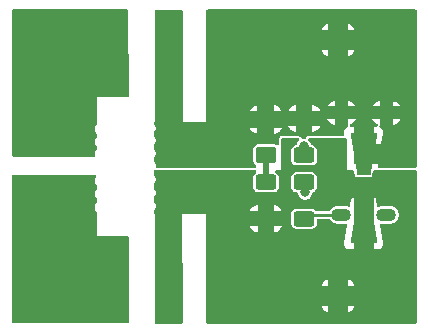
<source format=gbr>
%TF.GenerationSoftware,KiCad,Pcbnew,8.0.1*%
%TF.CreationDate,2024-04-06T17:54:05-05:00*%
%TF.ProjectId,Banana to USB-C Adapter,42616e61-6e61-4207-946f-205553422d43,2*%
%TF.SameCoordinates,Original*%
%TF.FileFunction,Copper,L2,Bot*%
%TF.FilePolarity,Positive*%
%FSLAX46Y46*%
G04 Gerber Fmt 4.6, Leading zero omitted, Abs format (unit mm)*
G04 Created by KiCad (PCBNEW 8.0.1) date 2024-04-06 17:54:05*
%MOMM*%
%LPD*%
G01*
G04 APERTURE LIST*
G04 Aperture macros list*
%AMRoundRect*
0 Rectangle with rounded corners*
0 $1 Rounding radius*
0 $2 $3 $4 $5 $6 $7 $8 $9 X,Y pos of 4 corners*
0 Add a 4 corners polygon primitive as box body*
4,1,4,$2,$3,$4,$5,$6,$7,$8,$9,$2,$3,0*
0 Add four circle primitives for the rounded corners*
1,1,$1+$1,$2,$3*
1,1,$1+$1,$4,$5*
1,1,$1+$1,$6,$7*
1,1,$1+$1,$8,$9*
0 Add four rect primitives between the rounded corners*
20,1,$1+$1,$2,$3,$4,$5,0*
20,1,$1+$1,$4,$5,$6,$7,0*
20,1,$1+$1,$6,$7,$8,$9,0*
20,1,$1+$1,$8,$9,$2,$3,0*%
%AMOutline4P*
0 Free polygon, 4 corners , with rotation*
0 The origin of the aperture is its center*
0 number of corners: always 4*
0 $1 to $8 corner X, Y*
0 $9 Rotation angle, in degrees counterclockwise*
0 create outline with 4 corners*
4,1,4,$1,$2,$3,$4,$5,$6,$7,$8,$1,$2,$9*%
G04 Aperture macros list end*
%TA.AperFunction,ComponentPad*%
%ADD10R,1.700000X1.700000*%
%TD*%
%TA.AperFunction,ComponentPad*%
%ADD11C,0.800000*%
%TD*%
%TA.AperFunction,ComponentPad*%
%ADD12C,6.400000*%
%TD*%
%TA.AperFunction,ComponentPad*%
%ADD13O,1.700000X1.100000*%
%TD*%
%TA.AperFunction,SMDPad,CuDef*%
%ADD14RoundRect,0.250000X0.625000X-0.400000X0.625000X0.400000X-0.625000X0.400000X-0.625000X-0.400000X0*%
%TD*%
%TA.AperFunction,SMDPad,CuDef*%
%ADD15Outline4P,-1.800000X-1.150000X1.800000X-0.550000X1.800000X0.550000X-1.800000X1.150000X90.000000*%
%TD*%
%TA.AperFunction,SMDPad,CuDef*%
%ADD16Outline4P,-1.800000X-1.150000X1.800000X-0.550000X1.800000X0.550000X-1.800000X1.150000X270.000000*%
%TD*%
%TA.AperFunction,SMDPad,CuDef*%
%ADD17RoundRect,0.250001X-0.624999X0.462499X-0.624999X-0.462499X0.624999X-0.462499X0.624999X0.462499X0*%
%TD*%
%TA.AperFunction,SMDPad,CuDef*%
%ADD18RoundRect,0.250000X-0.625000X0.400000X-0.625000X-0.400000X0.625000X-0.400000X0.625000X0.400000X0*%
%TD*%
%TA.AperFunction,ViaPad*%
%ADD19C,0.800000*%
%TD*%
%TA.AperFunction,Conductor*%
%ADD20C,0.250000*%
%TD*%
%TA.AperFunction,Conductor*%
%ADD21C,0.500000*%
%TD*%
G04 APERTURE END LIST*
D10*
%TO.P,J3,1,Pin_1*%
%TO.N,GND*%
X152882600Y-88671400D03*
%TD*%
D11*
%TO.P,H1,1,1*%
%TO.N,/Positive*%
X126600138Y-108968250D03*
X127303082Y-107271194D03*
X127303082Y-110665306D03*
X129000138Y-106568250D03*
D12*
X129000138Y-108968250D03*
D11*
X129000138Y-111368250D03*
X130697194Y-107271194D03*
X130697194Y-110665306D03*
X131400138Y-108968250D03*
%TD*%
D10*
%TO.P,J2,1,Pin_1*%
%TO.N,/Positive*%
X152882600Y-110337600D03*
%TD*%
D13*
%TO.P,J1,S1,SHIELD*%
%TO.N,GND*%
X153190000Y-103480000D03*
X156990000Y-103480000D03*
X153190000Y-94840000D03*
X156990000Y-94840000D03*
%TD*%
D11*
%TO.P,H2,1,1*%
%TO.N,GND*%
X126600138Y-89918250D03*
X127303082Y-88221194D03*
X127303082Y-91615306D03*
X129000138Y-87518250D03*
D12*
X129000138Y-89918250D03*
D11*
X129000138Y-92318250D03*
X130697194Y-88221194D03*
X130697194Y-91615306D03*
X131400138Y-89918250D03*
%TD*%
D14*
%TO.P,R2,1*%
%TO.N,/Positive*%
X146790000Y-103820000D03*
%TO.P,R2,2*%
%TO.N,Net-(D2-A)*%
X146790000Y-100720000D03*
%TD*%
%TO.P,R4,1*%
%TO.N,Net-(J1-CC2)*%
X150030000Y-98451000D03*
%TO.P,R4,2*%
%TO.N,GND*%
X150030000Y-95351000D03*
%TD*%
D15*
%TO.P,D3,1,K*%
%TO.N,/Positive*%
X155067000Y-104119000D03*
D16*
%TO.P,D3,2,A*%
%TO.N,GND*%
X155067000Y-98319000D03*
%TD*%
D17*
%TO.P,D2,1,K*%
%TO.N,GND*%
X146790000Y-95432500D03*
%TO.P,D2,2,A*%
%TO.N,Net-(D2-A)*%
X146790000Y-98407500D03*
%TD*%
D18*
%TO.P,R3,1*%
%TO.N,Net-(J1-CC1)*%
X150030000Y-100720000D03*
%TO.P,R3,2*%
%TO.N,GND*%
X150030000Y-103820000D03*
%TD*%
D19*
%TO.N,GND*%
X144856200Y-86588600D03*
X144856200Y-95250000D03*
X144856200Y-88320880D03*
X144856200Y-90053160D03*
X144856200Y-91785440D03*
X144856200Y-93517720D03*
%TO.N,/Positive*%
X154051000Y-100711000D03*
X144856200Y-110535720D03*
X144856200Y-105415080D03*
X152146000Y-97663000D03*
X144856200Y-107121960D03*
X144856200Y-103708200D03*
X144856200Y-108828840D03*
X144856200Y-112242600D03*
X152146000Y-100711000D03*
%TO.N,Net-(J1-CC2)*%
X149987000Y-97663000D03*
%TO.N,Net-(J1-CC1)*%
X150114000Y-101600000D03*
%TD*%
D20*
%TO.N,GND*%
X138500000Y-88475000D02*
X138500000Y-91275000D01*
X153190000Y-103480000D02*
X150370000Y-103480000D01*
X150370000Y-103480000D02*
X150030000Y-103820000D01*
D21*
%TO.N,Net-(D2-A)*%
X146790000Y-98407500D02*
X146790000Y-100720000D01*
D20*
%TO.N,Net-(J1-CC2)*%
X149987000Y-98408000D02*
X150030000Y-98451000D01*
X149987000Y-97663000D02*
X149987000Y-98408000D01*
X150114000Y-98116000D02*
X150030000Y-98200000D01*
%TO.N,Net-(J1-CC1)*%
X150114000Y-100804000D02*
X150030000Y-100720000D01*
X150114000Y-101600000D02*
X150114000Y-100804000D01*
%TD*%
%TA.AperFunction,Conductor*%
%TO.N,/Positive*%
G36*
X133225000Y-106000000D02*
G01*
X133225000Y-112689747D01*
X125455059Y-112689455D01*
X125388021Y-112669768D01*
X125342268Y-112616962D01*
X125331064Y-112565740D01*
X125315796Y-105928517D01*
X125313744Y-105036255D01*
X125575000Y-104775000D01*
X132000000Y-104775000D01*
X133225000Y-106000000D01*
G37*
%TD.AperFunction*%
%TD*%
%TA.AperFunction,Conductor*%
%TO.N,/Positive*%
G36*
X149574175Y-97013685D02*
G01*
X149619930Y-97066489D01*
X149629874Y-97135647D01*
X149600849Y-97199203D01*
X149582628Y-97216371D01*
X149558718Y-97234718D01*
X149462463Y-97360160D01*
X149401956Y-97506237D01*
X149399853Y-97514088D01*
X149397575Y-97513477D01*
X149374179Y-97566346D01*
X149320473Y-97603293D01*
X149192117Y-97648207D01*
X149082850Y-97728850D01*
X149002207Y-97838117D01*
X149002206Y-97838119D01*
X148957353Y-97966298D01*
X148957353Y-97966300D01*
X148954500Y-97996730D01*
X148954500Y-98905269D01*
X148957353Y-98935699D01*
X148957353Y-98935701D01*
X149002206Y-99063880D01*
X149002207Y-99063882D01*
X149082850Y-99173150D01*
X149192118Y-99253793D01*
X149234845Y-99268744D01*
X149320299Y-99298646D01*
X149350730Y-99301500D01*
X149350734Y-99301500D01*
X150709270Y-99301500D01*
X150739699Y-99298646D01*
X150739701Y-99298646D01*
X150803790Y-99276219D01*
X150867882Y-99253793D01*
X150977150Y-99173150D01*
X151057793Y-99063882D01*
X151080219Y-98999790D01*
X151102646Y-98935701D01*
X151102646Y-98935699D01*
X151105500Y-98905269D01*
X151105500Y-97996730D01*
X151102646Y-97966300D01*
X151102646Y-97966298D01*
X151057793Y-97838119D01*
X151057792Y-97838117D01*
X150977150Y-97728850D01*
X150867882Y-97648207D01*
X150867880Y-97648206D01*
X150739700Y-97603353D01*
X150709270Y-97600500D01*
X150709266Y-97600500D01*
X150692450Y-97600500D01*
X150625411Y-97580815D01*
X150579656Y-97528011D01*
X150572676Y-97508597D01*
X150572044Y-97506239D01*
X150572044Y-97506237D01*
X150511536Y-97360159D01*
X150415282Y-97234718D01*
X150391375Y-97216373D01*
X150350175Y-97159948D01*
X150346020Y-97090202D01*
X150380233Y-97029281D01*
X150441950Y-96996529D01*
X150466864Y-96994000D01*
X153546000Y-96994000D01*
X153613039Y-97013685D01*
X153658794Y-97066489D01*
X153670000Y-97118000D01*
X153670000Y-102616000D01*
X148082000Y-102616000D01*
X148082000Y-101174269D01*
X148954500Y-101174269D01*
X148957353Y-101204699D01*
X148957353Y-101204701D01*
X149002206Y-101332880D01*
X149002207Y-101332882D01*
X149082850Y-101442150D01*
X149192118Y-101522793D01*
X149234845Y-101537744D01*
X149320299Y-101567646D01*
X149350730Y-101570500D01*
X149350734Y-101570500D01*
X149395689Y-101570500D01*
X149462728Y-101590185D01*
X149508483Y-101642989D01*
X149518628Y-101678314D01*
X149528956Y-101756762D01*
X149589464Y-101902841D01*
X149685718Y-102028282D01*
X149811159Y-102124536D01*
X149957238Y-102185044D01*
X150035619Y-102195363D01*
X150113999Y-102205682D01*
X150114000Y-102205682D01*
X150114001Y-102205682D01*
X150166254Y-102198802D01*
X150270762Y-102185044D01*
X150416841Y-102124536D01*
X150542282Y-102028282D01*
X150638536Y-101902841D01*
X150699044Y-101756762D01*
X150713220Y-101649078D01*
X150741486Y-101585184D01*
X150795204Y-101548224D01*
X150867882Y-101522793D01*
X150977150Y-101442150D01*
X151057793Y-101332882D01*
X151080219Y-101268790D01*
X151102646Y-101204701D01*
X151102646Y-101204699D01*
X151105500Y-101174269D01*
X151105500Y-100265730D01*
X151102646Y-100235300D01*
X151102646Y-100235298D01*
X151057793Y-100107119D01*
X151057792Y-100107117D01*
X150977150Y-99997850D01*
X150867882Y-99917207D01*
X150867880Y-99917206D01*
X150739700Y-99872353D01*
X150709270Y-99869500D01*
X150709266Y-99869500D01*
X149350734Y-99869500D01*
X149350730Y-99869500D01*
X149320300Y-99872353D01*
X149320298Y-99872353D01*
X149192119Y-99917206D01*
X149192117Y-99917207D01*
X149082850Y-99997850D01*
X149002207Y-100107117D01*
X149002206Y-100107119D01*
X148957353Y-100235298D01*
X148957353Y-100235300D01*
X148954500Y-100265730D01*
X148954500Y-101174269D01*
X148082000Y-101174269D01*
X148082000Y-97118000D01*
X148101685Y-97050961D01*
X148154489Y-97005206D01*
X148206000Y-96994000D01*
X149507136Y-96994000D01*
X149574175Y-97013685D01*
G37*
%TD.AperFunction*%
%TD*%
%TA.AperFunction,Conductor*%
%TO.N,GND*%
G36*
X133325000Y-92575000D02*
G01*
X131875000Y-94025000D01*
X125288416Y-94025000D01*
X125270485Y-86230206D01*
X125290016Y-86163125D01*
X125342714Y-86117248D01*
X125394407Y-86105924D01*
X133325000Y-86101108D01*
X133325000Y-92575000D01*
G37*
%TD.AperFunction*%
%TD*%
%TA.AperFunction,Conductor*%
%TO.N,/Positive*%
G36*
X145936631Y-99719685D02*
G01*
X145982386Y-99772489D01*
X145992330Y-99841647D01*
X145963305Y-99905203D01*
X145943225Y-99923770D01*
X145842851Y-99997848D01*
X145762207Y-100107117D01*
X145762206Y-100107119D01*
X145717353Y-100235299D01*
X145714500Y-100265730D01*
X145714500Y-101174269D01*
X145717353Y-101204699D01*
X145717353Y-101204701D01*
X145762206Y-101332880D01*
X145762207Y-101332882D01*
X145842850Y-101442150D01*
X145952118Y-101522793D01*
X145991854Y-101536697D01*
X146080299Y-101567646D01*
X146110730Y-101570500D01*
X146110734Y-101570500D01*
X147469270Y-101570500D01*
X147499699Y-101567646D01*
X147499701Y-101567646D01*
X147563790Y-101545219D01*
X147627882Y-101522793D01*
X147737150Y-101442150D01*
X147817793Y-101332882D01*
X147842346Y-101262713D01*
X147862646Y-101204701D01*
X147862646Y-101204699D01*
X147865500Y-101174269D01*
X148954500Y-101174269D01*
X148957353Y-101204699D01*
X148957353Y-101204701D01*
X149002206Y-101332880D01*
X149002207Y-101332882D01*
X149082850Y-101442150D01*
X149192118Y-101522793D01*
X149231854Y-101536697D01*
X149320299Y-101567646D01*
X149350730Y-101570500D01*
X149350734Y-101570500D01*
X149395689Y-101570500D01*
X149462728Y-101590185D01*
X149508483Y-101642989D01*
X149518628Y-101678314D01*
X149524583Y-101723550D01*
X149528956Y-101756762D01*
X149589464Y-101902841D01*
X149685718Y-102028282D01*
X149811159Y-102124536D01*
X149957238Y-102185044D01*
X150035619Y-102195363D01*
X150113999Y-102205682D01*
X150114000Y-102205682D01*
X150114001Y-102205682D01*
X150166254Y-102198802D01*
X150270762Y-102185044D01*
X150416841Y-102124536D01*
X150542282Y-102028282D01*
X150627022Y-101917846D01*
X155917000Y-101917846D01*
X155917000Y-106418999D01*
X156283645Y-106418999D01*
X156283664Y-106418998D01*
X156294471Y-106418165D01*
X156294472Y-106418165D01*
X156431962Y-106376121D01*
X156431962Y-106376120D01*
X156552041Y-106297041D01*
X156552044Y-106297038D01*
X156644975Y-106187337D01*
X156703238Y-106055892D01*
X156703240Y-106055887D01*
X156722109Y-105913361D01*
X156722109Y-105913349D01*
X156721155Y-105902553D01*
X156466029Y-104371796D01*
X156474425Y-104302433D01*
X156518988Y-104248620D01*
X156585571Y-104227442D01*
X156612533Y-104229794D01*
X156616082Y-104230500D01*
X156616086Y-104230500D01*
X157363920Y-104230500D01*
X157461462Y-104211096D01*
X157508913Y-104201658D01*
X157645495Y-104145084D01*
X157768416Y-104062951D01*
X157872951Y-103958416D01*
X157955084Y-103835495D01*
X158011658Y-103698913D01*
X158040500Y-103553918D01*
X158040500Y-103406082D01*
X158040500Y-103406079D01*
X158011659Y-103261092D01*
X158011658Y-103261091D01*
X158011658Y-103261087D01*
X157989304Y-103207119D01*
X157955087Y-103124511D01*
X157955080Y-103124498D01*
X157872951Y-103001584D01*
X157872948Y-103001580D01*
X157768419Y-102897051D01*
X157768415Y-102897048D01*
X157645501Y-102814919D01*
X157645488Y-102814912D01*
X157508917Y-102758343D01*
X157508907Y-102758340D01*
X157363920Y-102729500D01*
X157363918Y-102729500D01*
X156616082Y-102729500D01*
X156616080Y-102729500D01*
X156471092Y-102758340D01*
X156471082Y-102758343D01*
X156358932Y-102804797D01*
X156289463Y-102812266D01*
X156226984Y-102780990D01*
X156191332Y-102720901D01*
X156189167Y-102710622D01*
X156104074Y-102200067D01*
X156104073Y-102200062D01*
X156074120Y-102104036D01*
X155995038Y-101983954D01*
X155995039Y-101983954D01*
X155917000Y-101917846D01*
X150627022Y-101917846D01*
X150638536Y-101902841D01*
X150699044Y-101756762D01*
X150713220Y-101649078D01*
X150741486Y-101585184D01*
X150795204Y-101548224D01*
X150867882Y-101522793D01*
X150977150Y-101442150D01*
X151057793Y-101332882D01*
X151082346Y-101262713D01*
X151102646Y-101204701D01*
X151102646Y-101204699D01*
X151105500Y-101174269D01*
X151105500Y-100265730D01*
X151102646Y-100235299D01*
X151057793Y-100107119D01*
X151057792Y-100107117D01*
X150977150Y-99997850D01*
X150867882Y-99917207D01*
X150867880Y-99917206D01*
X150739700Y-99872353D01*
X150709270Y-99869500D01*
X150709266Y-99869500D01*
X149350734Y-99869500D01*
X149350730Y-99869500D01*
X149320300Y-99872353D01*
X149320298Y-99872353D01*
X149192119Y-99917206D01*
X149192117Y-99917207D01*
X149082850Y-99997850D01*
X149002207Y-100107117D01*
X149002206Y-100107119D01*
X148957353Y-100235299D01*
X148954500Y-100265730D01*
X148954500Y-101174269D01*
X147865500Y-101174269D01*
X147865500Y-100265730D01*
X147862646Y-100235299D01*
X147817793Y-100107119D01*
X147817792Y-100107117D01*
X147737150Y-99997850D01*
X147737148Y-99997849D01*
X147737148Y-99997848D01*
X147636775Y-99923770D01*
X147594524Y-99868123D01*
X147589065Y-99798467D01*
X147622132Y-99736917D01*
X147683226Y-99703016D01*
X147710408Y-99700000D01*
X148082000Y-99700000D01*
X153670000Y-99700000D01*
X154138857Y-99700000D01*
X154205896Y-99719685D01*
X154251651Y-99772489D01*
X154261170Y-99803615D01*
X154323358Y-100176747D01*
X154323358Y-100176748D01*
X154335227Y-100212539D01*
X154335228Y-100212540D01*
X154335229Y-100212542D01*
X154384863Y-100274983D01*
X154384864Y-100274983D01*
X154384864Y-100274984D01*
X154406352Y-100286904D01*
X154454613Y-100313676D01*
X154488656Y-100318997D01*
X154491864Y-100319499D01*
X154491865Y-100319499D01*
X154491871Y-100319500D01*
X154491877Y-100319500D01*
X155642130Y-100319500D01*
X155642134Y-100319500D01*
X155679387Y-100313676D01*
X155749137Y-100274983D01*
X155798771Y-100212543D01*
X155810640Y-100176752D01*
X155872830Y-99803614D01*
X155903268Y-99740723D01*
X155962876Y-99704272D01*
X155995143Y-99700000D01*
X159457000Y-99700000D01*
X159524039Y-99719685D01*
X159569794Y-99772489D01*
X159581000Y-99824000D01*
X159581000Y-112575800D01*
X159561315Y-112642839D01*
X159508511Y-112688594D01*
X159457000Y-112699800D01*
X141855848Y-112699800D01*
X141788809Y-112680115D01*
X141743054Y-112627311D01*
X141731848Y-112575952D01*
X141730691Y-111630954D01*
X141730148Y-111187600D01*
X151532600Y-111187600D01*
X151532600Y-111235444D01*
X151539001Y-111294972D01*
X151539003Y-111294979D01*
X151589245Y-111429686D01*
X151589249Y-111429693D01*
X151675409Y-111544787D01*
X151675412Y-111544790D01*
X151790506Y-111630950D01*
X151790513Y-111630954D01*
X151925220Y-111681196D01*
X151925227Y-111681198D01*
X151984755Y-111687599D01*
X151984772Y-111687600D01*
X152032600Y-111687600D01*
X152032600Y-111187600D01*
X153732600Y-111187600D01*
X153732600Y-111687600D01*
X153780428Y-111687600D01*
X153780444Y-111687599D01*
X153839972Y-111681198D01*
X153839979Y-111681196D01*
X153974686Y-111630954D01*
X153974693Y-111630950D01*
X154089787Y-111544790D01*
X154089790Y-111544787D01*
X154175950Y-111429693D01*
X154175954Y-111429686D01*
X154226196Y-111294979D01*
X154226198Y-111294972D01*
X154232599Y-111235444D01*
X154232600Y-111235427D01*
X154232600Y-111187600D01*
X153732600Y-111187600D01*
X152032600Y-111187600D01*
X151532600Y-111187600D01*
X141730148Y-111187600D01*
X141729189Y-110403426D01*
X152382600Y-110403426D01*
X152416675Y-110530593D01*
X152482501Y-110644607D01*
X152575593Y-110737699D01*
X152689607Y-110803525D01*
X152816774Y-110837600D01*
X152948426Y-110837600D01*
X153075593Y-110803525D01*
X153189607Y-110737699D01*
X153282699Y-110644607D01*
X153348525Y-110530593D01*
X153382600Y-110403426D01*
X153382600Y-110271774D01*
X153348525Y-110144607D01*
X153282699Y-110030593D01*
X153189607Y-109937501D01*
X153075593Y-109871675D01*
X152948426Y-109837600D01*
X152816774Y-109837600D01*
X152689607Y-109871675D01*
X152575593Y-109937501D01*
X152482501Y-110030593D01*
X152416675Y-110144607D01*
X152382600Y-110271774D01*
X152382600Y-110403426D01*
X141729189Y-110403426D01*
X141728068Y-109487600D01*
X151532600Y-109487600D01*
X152032600Y-109487600D01*
X152032600Y-108987600D01*
X153732600Y-108987600D01*
X153732600Y-109487600D01*
X154232600Y-109487600D01*
X154232600Y-109439772D01*
X154232599Y-109439755D01*
X154226198Y-109380227D01*
X154226196Y-109380220D01*
X154175954Y-109245513D01*
X154175950Y-109245506D01*
X154089790Y-109130412D01*
X154089787Y-109130409D01*
X153974693Y-109044249D01*
X153974686Y-109044245D01*
X153839979Y-108994003D01*
X153839972Y-108994001D01*
X153780444Y-108987600D01*
X153732600Y-108987600D01*
X152032600Y-108987600D01*
X151984755Y-108987600D01*
X151925227Y-108994001D01*
X151925220Y-108994003D01*
X151790513Y-109044245D01*
X151790506Y-109044249D01*
X151675412Y-109130409D01*
X151675409Y-109130412D01*
X151589249Y-109245506D01*
X151589245Y-109245513D01*
X151539003Y-109380220D01*
X151539001Y-109380227D01*
X151532600Y-109439755D01*
X151532600Y-109487600D01*
X141728068Y-109487600D01*
X141721926Y-104470000D01*
X145457737Y-104470000D01*
X145480641Y-104539120D01*
X145572684Y-104688345D01*
X145696654Y-104812315D01*
X145845875Y-104904356D01*
X145845880Y-104904358D01*
X146012302Y-104959505D01*
X146012309Y-104959506D01*
X146115019Y-104969999D01*
X146140000Y-104969998D01*
X146140000Y-104470000D01*
X147440000Y-104470000D01*
X147440000Y-104969999D01*
X147464972Y-104969999D01*
X147464986Y-104969998D01*
X147567697Y-104959505D01*
X147734119Y-104904358D01*
X147734124Y-104904356D01*
X147883345Y-104812315D01*
X148007315Y-104688345D01*
X148099358Y-104539120D01*
X148122263Y-104470000D01*
X147440000Y-104470000D01*
X146140000Y-104470000D01*
X145457737Y-104470000D01*
X141721926Y-104470000D01*
X141721687Y-104274269D01*
X148954500Y-104274269D01*
X148957353Y-104304699D01*
X148957353Y-104304701D01*
X149002206Y-104432880D01*
X149002207Y-104432882D01*
X149082850Y-104542150D01*
X149192118Y-104622793D01*
X149234845Y-104637744D01*
X149320299Y-104667646D01*
X149350730Y-104670500D01*
X149350734Y-104670500D01*
X150709270Y-104670500D01*
X150739699Y-104667646D01*
X150739701Y-104667646D01*
X150803790Y-104645219D01*
X150867882Y-104622793D01*
X150977150Y-104542150D01*
X151057793Y-104432882D01*
X151080219Y-104368790D01*
X151102646Y-104304701D01*
X151102646Y-104304699D01*
X151105500Y-104274269D01*
X151105500Y-103929500D01*
X151125185Y-103862461D01*
X151177989Y-103816706D01*
X151229500Y-103805500D01*
X152138595Y-103805500D01*
X152205634Y-103825185D01*
X152241695Y-103860607D01*
X152286466Y-103927612D01*
X152307050Y-103958418D01*
X152411580Y-104062948D01*
X152411584Y-104062951D01*
X152534498Y-104145080D01*
X152534511Y-104145087D01*
X152671082Y-104201656D01*
X152671087Y-104201658D01*
X152671091Y-104201658D01*
X152671092Y-104201659D01*
X152816079Y-104230500D01*
X153545141Y-104230500D01*
X153612180Y-104250185D01*
X153657935Y-104302989D01*
X153667879Y-104372147D01*
X153667454Y-104374885D01*
X153412846Y-105902539D01*
X153412843Y-105902562D01*
X153411890Y-105913349D01*
X153411890Y-105913361D01*
X153430759Y-106055886D01*
X153430761Y-106055894D01*
X153489022Y-106187335D01*
X153581955Y-106297039D01*
X153581957Y-106297041D01*
X153702036Y-106376120D01*
X153702036Y-106376121D01*
X153839518Y-106418163D01*
X153839528Y-106418165D01*
X153850346Y-106418999D01*
X154216999Y-106418999D01*
X154217000Y-106418998D01*
X154217000Y-103684269D01*
X154219383Y-103660077D01*
X154240500Y-103553920D01*
X154240500Y-103406079D01*
X154219383Y-103299921D01*
X154217000Y-103275729D01*
X154217000Y-101917847D01*
X154216999Y-101917847D01*
X154138961Y-101983955D01*
X154059880Y-102104035D01*
X154059879Y-102104036D01*
X154029925Y-102200065D01*
X154029924Y-102200070D01*
X153947802Y-102692798D01*
X153917364Y-102755689D01*
X153857756Y-102792140D01*
X153787904Y-102790579D01*
X153778037Y-102786974D01*
X153763590Y-102780990D01*
X153708913Y-102758342D01*
X153708908Y-102758341D01*
X153708907Y-102758340D01*
X153563920Y-102729500D01*
X153563918Y-102729500D01*
X152816082Y-102729500D01*
X152816080Y-102729500D01*
X152671092Y-102758340D01*
X152671082Y-102758343D01*
X152534511Y-102814912D01*
X152534498Y-102814919D01*
X152411584Y-102897048D01*
X152411580Y-102897051D01*
X152307050Y-103001581D01*
X152269236Y-103058174D01*
X152241696Y-103099391D01*
X152188086Y-103144196D01*
X152138595Y-103154500D01*
X151081557Y-103154500D01*
X151014518Y-103134815D01*
X150981786Y-103104132D01*
X150978286Y-103099390D01*
X150977150Y-103097850D01*
X150867882Y-103017207D01*
X150867880Y-103017206D01*
X150739700Y-102972353D01*
X150709270Y-102969500D01*
X150709266Y-102969500D01*
X149350734Y-102969500D01*
X149350730Y-102969500D01*
X149320300Y-102972353D01*
X149320298Y-102972353D01*
X149192119Y-103017206D01*
X149192117Y-103017207D01*
X149082850Y-103097850D01*
X149002207Y-103207117D01*
X149002206Y-103207119D01*
X148957353Y-103335298D01*
X148957353Y-103335300D01*
X148954500Y-103365730D01*
X148954500Y-104274269D01*
X141721687Y-104274269D01*
X141720678Y-103450000D01*
X139725000Y-103450000D01*
X139747246Y-111681198D01*
X139749664Y-112575665D01*
X139730160Y-112642757D01*
X139677480Y-112688655D01*
X139625664Y-112700000D01*
X137499009Y-112700000D01*
X137431970Y-112680315D01*
X137386215Y-112627511D01*
X137375009Y-112575991D01*
X137375010Y-112575800D01*
X137375709Y-103432600D01*
X137375709Y-103432599D01*
X137362670Y-103419559D01*
X137340041Y-103412915D01*
X137294286Y-103360111D01*
X137283080Y-103308600D01*
X137283080Y-103209507D01*
X137294681Y-103170000D01*
X145457737Y-103170000D01*
X146140000Y-103170000D01*
X146140000Y-102670000D01*
X147440000Y-102670000D01*
X147440000Y-103170000D01*
X148122262Y-103170000D01*
X148099358Y-103100879D01*
X148007315Y-102951654D01*
X147883345Y-102827684D01*
X147734124Y-102735643D01*
X147734119Y-102735641D01*
X147567697Y-102680494D01*
X147567690Y-102680493D01*
X147464986Y-102670000D01*
X147440000Y-102670000D01*
X146140000Y-102670000D01*
X146140000Y-102669999D01*
X146115029Y-102670000D01*
X146115010Y-102670001D01*
X146012302Y-102680494D01*
X145845880Y-102735641D01*
X145845875Y-102735643D01*
X145696654Y-102827684D01*
X145572684Y-102951654D01*
X145480641Y-103100879D01*
X145457737Y-103170000D01*
X137294681Y-103170000D01*
X137302765Y-103142468D01*
X137319399Y-103121826D01*
X137344513Y-103096712D01*
X137419292Y-102967192D01*
X137458000Y-102822731D01*
X137458000Y-102673173D01*
X137419292Y-102528712D01*
X137344513Y-102399192D01*
X137319399Y-102374078D01*
X137285914Y-102312755D01*
X137283080Y-102286397D01*
X137283080Y-102073031D01*
X137302765Y-102005992D01*
X137319399Y-101985350D01*
X137320795Y-101983954D01*
X137344513Y-101960236D01*
X137419292Y-101830716D01*
X137458000Y-101686255D01*
X137458000Y-101536697D01*
X137419292Y-101392236D01*
X137344513Y-101262716D01*
X137319399Y-101237602D01*
X137285914Y-101176279D01*
X137283080Y-101149921D01*
X137283080Y-100936555D01*
X137302765Y-100869516D01*
X137319399Y-100848874D01*
X137344513Y-100823760D01*
X137419292Y-100694240D01*
X137458000Y-100549779D01*
X137458000Y-100400221D01*
X137419292Y-100255760D01*
X137344513Y-100126240D01*
X137319399Y-100101126D01*
X137285914Y-100039803D01*
X137283080Y-100013445D01*
X137283080Y-99824000D01*
X137302765Y-99756961D01*
X137355569Y-99711206D01*
X137407080Y-99700000D01*
X145869592Y-99700000D01*
X145936631Y-99719685D01*
G37*
%TD.AperFunction*%
%TA.AperFunction,Conductor*%
G36*
X132368773Y-100113335D02*
G01*
X132414528Y-100166139D01*
X132424472Y-100235297D01*
X132409121Y-100279651D01*
X132362202Y-100360914D01*
X132323494Y-100505377D01*
X132323494Y-100654934D01*
X132362202Y-100799397D01*
X132390768Y-100848874D01*
X132436981Y-100928916D01*
X132436983Y-100928918D01*
X132471561Y-100963496D01*
X132505046Y-101024819D01*
X132507880Y-101051177D01*
X132507880Y-101245611D01*
X132488195Y-101312650D01*
X132471561Y-101333292D01*
X132436983Y-101367869D01*
X132436981Y-101367872D01*
X132362202Y-101497390D01*
X132323494Y-101641853D01*
X132323494Y-101791410D01*
X132362202Y-101935873D01*
X132389962Y-101983954D01*
X132436981Y-102065392D01*
X132436983Y-102065394D01*
X132471561Y-102099972D01*
X132505046Y-102161295D01*
X132507880Y-102187653D01*
X132507880Y-102382087D01*
X132488195Y-102449126D01*
X132471561Y-102469768D01*
X132436983Y-102504345D01*
X132436981Y-102504348D01*
X132362202Y-102633866D01*
X132323494Y-102778329D01*
X132323494Y-102927886D01*
X132362202Y-103072349D01*
X132398268Y-103134815D01*
X132436981Y-103201868D01*
X132436983Y-103201870D01*
X132471561Y-103236448D01*
X132505046Y-103297771D01*
X132507880Y-103324129D01*
X132507880Y-103421611D01*
X132522166Y-103447774D01*
X132525000Y-103474132D01*
X132525000Y-105300000D01*
X135076000Y-105300000D01*
X135143039Y-105319685D01*
X135188794Y-105372489D01*
X135200000Y-105424000D01*
X135200000Y-112565818D01*
X135180315Y-112632857D01*
X135127511Y-112678612D01*
X135075995Y-112689818D01*
X130572141Y-112689647D01*
X130572139Y-112689648D01*
X130572138Y-112689648D01*
X129185951Y-112689596D01*
X129000139Y-112503784D01*
X129000138Y-112503784D01*
X128831780Y-112672140D01*
X128814337Y-112689582D01*
X127428016Y-112689530D01*
X125455059Y-112689455D01*
X125388021Y-112669768D01*
X125342268Y-112616962D01*
X125331064Y-112565740D01*
X125323114Y-109109737D01*
X125338678Y-109094173D01*
X127400138Y-109094173D01*
X127439535Y-109342918D01*
X127517359Y-109582437D01*
X127631695Y-109806833D01*
X127779726Y-110010580D01*
X127957808Y-110188662D01*
X128161555Y-110336693D01*
X128385951Y-110451029D01*
X128625470Y-110528853D01*
X128874215Y-110568250D01*
X129126061Y-110568250D01*
X129374806Y-110528853D01*
X129614325Y-110451029D01*
X129838721Y-110336693D01*
X130042468Y-110188662D01*
X130220550Y-110010580D01*
X130368581Y-109806833D01*
X130482917Y-109582437D01*
X130560741Y-109342918D01*
X130600138Y-109094173D01*
X130600138Y-108968251D01*
X132535672Y-108968251D01*
X132696771Y-109129350D01*
X132705216Y-108968250D01*
X132696771Y-108807149D01*
X132535672Y-108968250D01*
X132535672Y-108968251D01*
X130600138Y-108968251D01*
X130600138Y-108842327D01*
X130560741Y-108593582D01*
X130482917Y-108354063D01*
X130368581Y-108129667D01*
X130220550Y-107925920D01*
X130042468Y-107747838D01*
X129838721Y-107599807D01*
X129614325Y-107485471D01*
X129374806Y-107407647D01*
X129126061Y-107368250D01*
X128874215Y-107368250D01*
X128625470Y-107407647D01*
X128385951Y-107485471D01*
X128161555Y-107599807D01*
X127957808Y-107747838D01*
X127779726Y-107925920D01*
X127631695Y-108129667D01*
X127517359Y-108354063D01*
X127439535Y-108593582D01*
X127400138Y-108842327D01*
X127400138Y-109094173D01*
X125338678Y-109094173D01*
X125464603Y-108968249D01*
X125322462Y-108826108D01*
X125314286Y-105271614D01*
X128839036Y-105271614D01*
X129000137Y-105432715D01*
X129161238Y-105271614D01*
X129000139Y-105263172D01*
X129000136Y-105263172D01*
X128839036Y-105271614D01*
X125314286Y-105271614D01*
X125302661Y-100217933D01*
X125322192Y-100150851D01*
X125374890Y-100104974D01*
X125426661Y-100093650D01*
X132301734Y-100093650D01*
X132368773Y-100113335D01*
G37*
%TD.AperFunction*%
%TD*%
%TA.AperFunction,Conductor*%
%TO.N,GND*%
G36*
X159524039Y-86125685D02*
G01*
X159569794Y-86178489D01*
X159581000Y-86230000D01*
X159581000Y-99370500D01*
X159561315Y-99437539D01*
X159508511Y-99483294D01*
X159457000Y-99494500D01*
X156374358Y-99494500D01*
X156307319Y-99474815D01*
X156261564Y-99422011D01*
X156251620Y-99352853D01*
X156252045Y-99350114D01*
X156282231Y-99169000D01*
X154341000Y-99169000D01*
X154273961Y-99149315D01*
X154228206Y-99096511D01*
X154217000Y-99045000D01*
X154217000Y-96019000D01*
X154010814Y-96019000D01*
X153943775Y-95999315D01*
X153898020Y-95946511D01*
X153888076Y-95877353D01*
X153917101Y-95813797D01*
X153963364Y-95780438D01*
X153987358Y-95770499D01*
X153987368Y-95770494D01*
X154159335Y-95655589D01*
X154159339Y-95655586D01*
X154305586Y-95509339D01*
X154305589Y-95509335D01*
X154385327Y-95390000D01*
X155794673Y-95390000D01*
X155874410Y-95509335D01*
X155874413Y-95509339D01*
X156020660Y-95655586D01*
X156020664Y-95655589D01*
X156192631Y-95770494D01*
X156192641Y-95770499D01*
X156216637Y-95780439D01*
X156271040Y-95824280D01*
X156293105Y-95890574D01*
X156275826Y-95958274D01*
X156224688Y-96005884D01*
X156169184Y-96019000D01*
X155917000Y-96019000D01*
X155917000Y-97469000D01*
X156565564Y-97469000D01*
X156565564Y-97468999D01*
X156721153Y-96535460D01*
X156721156Y-96535437D01*
X156722109Y-96524650D01*
X156722109Y-96524638D01*
X156703240Y-96382113D01*
X156703238Y-96382105D01*
X156644977Y-96250664D01*
X156552044Y-96140960D01*
X156552042Y-96140958D01*
X156441130Y-96067916D01*
X156395968Y-96014604D01*
X156386798Y-95945339D01*
X156416531Y-95882111D01*
X156430666Y-95868503D01*
X156440000Y-95860842D01*
X156440000Y-95390000D01*
X157540000Y-95390000D01*
X157540000Y-95860842D01*
X157596274Y-95849649D01*
X157596276Y-95849648D01*
X157787358Y-95770499D01*
X157787368Y-95770494D01*
X157959335Y-95655589D01*
X157959339Y-95655586D01*
X158105586Y-95509339D01*
X158105589Y-95509335D01*
X158185327Y-95390000D01*
X157540000Y-95390000D01*
X156440000Y-95390000D01*
X155794673Y-95390000D01*
X154385327Y-95390000D01*
X153740000Y-95390000D01*
X153740000Y-95867214D01*
X153769494Y-95910514D01*
X153771363Y-95980359D01*
X153735175Y-96040127D01*
X153704271Y-96060828D01*
X153702040Y-96061877D01*
X153581958Y-96140958D01*
X153581955Y-96140961D01*
X153489024Y-96250662D01*
X153430761Y-96382107D01*
X153430759Y-96382112D01*
X153411890Y-96524638D01*
X153411890Y-96524651D01*
X153412843Y-96535437D01*
X153412845Y-96535451D01*
X153430956Y-96644115D01*
X153422560Y-96713478D01*
X153377997Y-96767291D01*
X153311414Y-96788469D01*
X153308643Y-96788500D01*
X150466837Y-96788500D01*
X150446120Y-96789550D01*
X150446118Y-96789550D01*
X150421198Y-96792079D01*
X150345622Y-96815005D01*
X150345614Y-96815008D01*
X150283902Y-96847757D01*
X150262460Y-96860877D01*
X150262454Y-96860881D01*
X150201056Y-96928651D01*
X150166850Y-96989560D01*
X150166831Y-96989597D01*
X150164272Y-96994888D01*
X150117358Y-97046665D01*
X150049899Y-97064860D01*
X150036463Y-97063829D01*
X149987003Y-97057318D01*
X149986997Y-97057318D01*
X149936763Y-97063931D01*
X149867728Y-97053165D01*
X149815473Y-97006784D01*
X149811164Y-96999338D01*
X149775236Y-96931915D01*
X149738494Y-96889513D01*
X149729475Y-96879104D01*
X149711893Y-96861160D01*
X149711892Y-96861159D01*
X149711890Y-96861157D01*
X149711888Y-96861156D01*
X149711886Y-96861154D01*
X149632076Y-96816511D01*
X149632071Y-96816509D01*
X149565039Y-96796826D01*
X149565035Y-96796825D01*
X149565034Y-96796825D01*
X149507136Y-96788500D01*
X148206000Y-96788500D01*
X148205992Y-96788500D01*
X148162313Y-96793197D01*
X148110825Y-96804397D01*
X148100627Y-96806890D01*
X148100624Y-96806891D01*
X148019916Y-96849899D01*
X148019913Y-96849901D01*
X147967104Y-96895660D01*
X147949160Y-96913242D01*
X147949154Y-96913249D01*
X147904511Y-96993059D01*
X147904509Y-96993064D01*
X147884826Y-97060096D01*
X147884825Y-97060101D01*
X147884825Y-97060102D01*
X147881867Y-97080678D01*
X147876500Y-97118003D01*
X147876500Y-97480065D01*
X147856815Y-97547104D01*
X147804011Y-97592859D01*
X147734853Y-97602803D01*
X147678866Y-97579835D01*
X147627881Y-97542206D01*
X147499695Y-97497353D01*
X147499698Y-97497353D01*
X147469268Y-97494500D01*
X146110741Y-97494500D01*
X146080301Y-97497354D01*
X146080300Y-97497354D01*
X145952118Y-97542206D01*
X145842850Y-97622850D01*
X145762206Y-97732118D01*
X145717353Y-97860302D01*
X145714500Y-97890731D01*
X145714500Y-98924258D01*
X145717354Y-98954698D01*
X145717354Y-98954699D01*
X145762206Y-99082881D01*
X145783332Y-99111506D01*
X145842850Y-99192150D01*
X145949502Y-99270862D01*
X145991752Y-99326509D01*
X145997211Y-99396165D01*
X145964144Y-99457715D01*
X145903050Y-99491616D01*
X145874021Y-99493792D01*
X145874021Y-99494500D01*
X137582000Y-99494500D01*
X137514961Y-99474815D01*
X137469206Y-99422011D01*
X137458000Y-99370500D01*
X137458000Y-99238347D01*
X137458000Y-99238345D01*
X137419292Y-99093884D01*
X137344513Y-98964364D01*
X137319399Y-98939250D01*
X137285914Y-98877927D01*
X137283080Y-98851569D01*
X137283080Y-98728199D01*
X137302765Y-98661160D01*
X137319399Y-98640518D01*
X137344513Y-98615404D01*
X137419292Y-98485884D01*
X137458000Y-98341423D01*
X137458000Y-98191865D01*
X137419292Y-98047404D01*
X137344513Y-97917884D01*
X137319399Y-97892770D01*
X137285914Y-97831447D01*
X137283080Y-97805089D01*
X137283080Y-97656319D01*
X137302765Y-97589280D01*
X137319399Y-97568638D01*
X137344513Y-97543524D01*
X137419292Y-97414004D01*
X137458000Y-97269543D01*
X137458000Y-97119985D01*
X137419292Y-96975524D01*
X137344513Y-96846004D01*
X137319399Y-96820890D01*
X137285914Y-96759567D01*
X137283080Y-96733209D01*
X137283080Y-96584439D01*
X137302765Y-96517400D01*
X137319399Y-96496758D01*
X137328842Y-96487315D01*
X137344513Y-96471644D01*
X137419292Y-96342124D01*
X137458000Y-96197663D01*
X137458000Y-96145000D01*
X145457737Y-96145000D01*
X145480639Y-96214116D01*
X145572684Y-96363344D01*
X145696655Y-96487315D01*
X145845876Y-96579356D01*
X145845881Y-96579358D01*
X146012303Y-96634505D01*
X146077499Y-96641166D01*
X146077500Y-96641165D01*
X146077500Y-96145000D01*
X147502500Y-96145000D01*
X147502500Y-96641166D01*
X147567696Y-96634505D01*
X147734118Y-96579358D01*
X147734123Y-96579356D01*
X147883344Y-96487315D01*
X148007315Y-96363344D01*
X148099360Y-96214116D01*
X148122262Y-96145000D01*
X147502500Y-96145000D01*
X146077500Y-96145000D01*
X145457737Y-96145000D01*
X137458000Y-96145000D01*
X137458000Y-96048105D01*
X137445378Y-96001000D01*
X148697737Y-96001000D01*
X148720641Y-96070120D01*
X148812684Y-96219345D01*
X148936654Y-96343315D01*
X149085875Y-96435356D01*
X149085880Y-96435358D01*
X149252302Y-96490505D01*
X149252309Y-96490506D01*
X149355019Y-96500999D01*
X149380000Y-96500998D01*
X149380000Y-96001000D01*
X150680000Y-96001000D01*
X150680000Y-96500999D01*
X150704972Y-96500999D01*
X150704986Y-96500998D01*
X150807697Y-96490505D01*
X150974119Y-96435358D01*
X150974124Y-96435356D01*
X151123345Y-96343315D01*
X151247315Y-96219345D01*
X151339358Y-96070120D01*
X151362263Y-96001000D01*
X150680000Y-96001000D01*
X149380000Y-96001000D01*
X148697737Y-96001000D01*
X137445378Y-96001000D01*
X137419292Y-95903644D01*
X137344513Y-95774124D01*
X137344511Y-95774122D01*
X137340449Y-95767086D01*
X137343101Y-95765554D01*
X137323145Y-95713961D01*
X137337171Y-95645513D01*
X137359106Y-95615866D01*
X137374998Y-95599999D01*
X137375000Y-95600000D01*
X137373402Y-86273412D01*
X137393075Y-86206370D01*
X137445871Y-86160606D01*
X137497434Y-86149392D01*
X139651036Y-86149966D01*
X139718067Y-86169668D01*
X139763808Y-86222485D01*
X139775000Y-86273966D01*
X139775012Y-94800000D01*
X139775012Y-94800002D01*
X139774999Y-95599999D01*
X139775000Y-95600000D01*
X141732000Y-95600000D01*
X141732000Y-95390000D01*
X151994673Y-95390000D01*
X152074410Y-95509335D01*
X152074413Y-95509339D01*
X152220660Y-95655586D01*
X152220664Y-95655589D01*
X152392631Y-95770494D01*
X152392641Y-95770499D01*
X152583723Y-95849648D01*
X152583725Y-95849649D01*
X152640000Y-95860842D01*
X152640000Y-95390000D01*
X151994673Y-95390000D01*
X141732000Y-95390000D01*
X141732000Y-94879496D01*
X152590000Y-94879496D01*
X152610444Y-94955796D01*
X152649940Y-95024205D01*
X152705795Y-95080060D01*
X152774204Y-95119556D01*
X152850504Y-95140000D01*
X153529496Y-95140000D01*
X153605796Y-95119556D01*
X153674205Y-95080060D01*
X153730060Y-95024205D01*
X153769556Y-94955796D01*
X153790000Y-94879496D01*
X156390000Y-94879496D01*
X156410444Y-94955796D01*
X156449940Y-95024205D01*
X156505795Y-95080060D01*
X156574204Y-95119556D01*
X156650504Y-95140000D01*
X157329496Y-95140000D01*
X157405796Y-95119556D01*
X157474205Y-95080060D01*
X157530060Y-95024205D01*
X157569556Y-94955796D01*
X157590000Y-94879496D01*
X157590000Y-94800504D01*
X157569556Y-94724204D01*
X157530060Y-94655795D01*
X157474205Y-94599940D01*
X157405796Y-94560444D01*
X157329496Y-94540000D01*
X156650504Y-94540000D01*
X156574204Y-94560444D01*
X156505795Y-94599940D01*
X156449940Y-94655795D01*
X156410444Y-94724204D01*
X156390000Y-94800504D01*
X156390000Y-94879496D01*
X153790000Y-94879496D01*
X153790000Y-94800504D01*
X153769556Y-94724204D01*
X153730060Y-94655795D01*
X153674205Y-94599940D01*
X153605796Y-94560444D01*
X153529496Y-94540000D01*
X152850504Y-94540000D01*
X152774204Y-94560444D01*
X152705795Y-94599940D01*
X152649940Y-94655795D01*
X152610444Y-94724204D01*
X152590000Y-94800504D01*
X152590000Y-94879496D01*
X141732000Y-94879496D01*
X141732000Y-94719999D01*
X145457737Y-94719999D01*
X145457738Y-94720000D01*
X146077500Y-94720000D01*
X146077500Y-94223833D01*
X147502500Y-94223833D01*
X147502500Y-94720000D01*
X148122262Y-94720000D01*
X148122262Y-94719999D01*
X148115967Y-94701000D01*
X148697737Y-94701000D01*
X149380000Y-94701000D01*
X149380000Y-94201000D01*
X150680000Y-94201000D01*
X150680000Y-94701000D01*
X151362262Y-94701000D01*
X151339358Y-94631879D01*
X151247315Y-94482654D01*
X151123345Y-94358684D01*
X151011991Y-94290000D01*
X151994673Y-94290000D01*
X152640000Y-94290000D01*
X152640000Y-93819156D01*
X152639999Y-93819155D01*
X153740000Y-93819155D01*
X153740000Y-94290000D01*
X154385327Y-94290000D01*
X155794673Y-94290000D01*
X156440000Y-94290000D01*
X156440000Y-93819156D01*
X156439999Y-93819155D01*
X157540000Y-93819155D01*
X157540000Y-94290000D01*
X158185327Y-94290000D01*
X158105589Y-94170664D01*
X158105586Y-94170660D01*
X157959339Y-94024413D01*
X157959335Y-94024410D01*
X157787368Y-93909505D01*
X157787358Y-93909500D01*
X157596272Y-93830349D01*
X157596267Y-93830347D01*
X157540000Y-93819155D01*
X156439999Y-93819155D01*
X156383732Y-93830347D01*
X156383727Y-93830349D01*
X156192641Y-93909500D01*
X156192631Y-93909505D01*
X156020664Y-94024410D01*
X156020660Y-94024413D01*
X155874413Y-94170660D01*
X155874410Y-94170664D01*
X155794673Y-94290000D01*
X154385327Y-94290000D01*
X154305589Y-94170664D01*
X154305586Y-94170660D01*
X154159339Y-94024413D01*
X154159335Y-94024410D01*
X153987368Y-93909505D01*
X153987358Y-93909500D01*
X153796272Y-93830349D01*
X153796267Y-93830347D01*
X153740000Y-93819155D01*
X152639999Y-93819155D01*
X152583732Y-93830347D01*
X152583727Y-93830349D01*
X152392641Y-93909500D01*
X152392631Y-93909505D01*
X152220664Y-94024410D01*
X152220660Y-94024413D01*
X152074413Y-94170660D01*
X152074410Y-94170664D01*
X151994673Y-94290000D01*
X151011991Y-94290000D01*
X150974124Y-94266643D01*
X150974119Y-94266641D01*
X150807697Y-94211494D01*
X150807690Y-94211493D01*
X150704986Y-94201000D01*
X150680000Y-94201000D01*
X149380000Y-94201000D01*
X149380000Y-94200999D01*
X149355029Y-94201000D01*
X149355010Y-94201001D01*
X149252302Y-94211494D01*
X149085880Y-94266641D01*
X149085875Y-94266643D01*
X148936654Y-94358684D01*
X148812684Y-94482654D01*
X148720641Y-94631879D01*
X148697737Y-94701000D01*
X148115967Y-94701000D01*
X148099360Y-94650883D01*
X148007315Y-94501655D01*
X147883344Y-94377684D01*
X147734123Y-94285643D01*
X147734118Y-94285641D01*
X147567696Y-94230494D01*
X147567689Y-94230493D01*
X147502500Y-94223833D01*
X146077500Y-94223833D01*
X146077499Y-94223833D01*
X146012310Y-94230493D01*
X146012303Y-94230494D01*
X145845881Y-94285641D01*
X145845876Y-94285643D01*
X145696655Y-94377684D01*
X145572684Y-94501655D01*
X145480639Y-94650883D01*
X145457737Y-94719999D01*
X141732000Y-94719999D01*
X141732000Y-89521400D01*
X151532600Y-89521400D01*
X151532600Y-89569244D01*
X151539001Y-89628772D01*
X151539003Y-89628779D01*
X151589245Y-89763486D01*
X151589249Y-89763493D01*
X151675409Y-89878587D01*
X151675412Y-89878590D01*
X151790506Y-89964750D01*
X151790513Y-89964754D01*
X151925220Y-90014996D01*
X151925227Y-90014998D01*
X151984755Y-90021399D01*
X151984772Y-90021400D01*
X152032600Y-90021400D01*
X152032600Y-89521400D01*
X153732600Y-89521400D01*
X153732600Y-90021400D01*
X153780428Y-90021400D01*
X153780444Y-90021399D01*
X153839972Y-90014998D01*
X153839979Y-90014996D01*
X153974686Y-89964754D01*
X153974693Y-89964750D01*
X154089787Y-89878590D01*
X154089790Y-89878587D01*
X154175950Y-89763493D01*
X154175954Y-89763486D01*
X154226196Y-89628779D01*
X154226198Y-89628772D01*
X154232599Y-89569244D01*
X154232600Y-89569227D01*
X154232600Y-89521400D01*
X153732600Y-89521400D01*
X152032600Y-89521400D01*
X151532600Y-89521400D01*
X141732000Y-89521400D01*
X141732000Y-88737226D01*
X152382600Y-88737226D01*
X152416675Y-88864393D01*
X152482501Y-88978407D01*
X152575593Y-89071499D01*
X152689607Y-89137325D01*
X152816774Y-89171400D01*
X152948426Y-89171400D01*
X153075593Y-89137325D01*
X153189607Y-89071499D01*
X153282699Y-88978407D01*
X153348525Y-88864393D01*
X153382600Y-88737226D01*
X153382600Y-88605574D01*
X153348525Y-88478407D01*
X153282699Y-88364393D01*
X153189607Y-88271301D01*
X153075593Y-88205475D01*
X152948426Y-88171400D01*
X152816774Y-88171400D01*
X152689607Y-88205475D01*
X152575593Y-88271301D01*
X152482501Y-88364393D01*
X152416675Y-88478407D01*
X152382600Y-88605574D01*
X152382600Y-88737226D01*
X141732000Y-88737226D01*
X141732000Y-87821400D01*
X151532600Y-87821400D01*
X152032600Y-87821400D01*
X152032600Y-87321400D01*
X153732600Y-87321400D01*
X153732600Y-87821400D01*
X154232600Y-87821400D01*
X154232600Y-87773572D01*
X154232599Y-87773555D01*
X154226198Y-87714027D01*
X154226196Y-87714020D01*
X154175954Y-87579313D01*
X154175950Y-87579306D01*
X154089790Y-87464212D01*
X154089787Y-87464209D01*
X153974693Y-87378049D01*
X153974686Y-87378045D01*
X153839979Y-87327803D01*
X153839972Y-87327801D01*
X153780444Y-87321400D01*
X153732600Y-87321400D01*
X152032600Y-87321400D01*
X151984755Y-87321400D01*
X151925227Y-87327801D01*
X151925220Y-87327803D01*
X151790513Y-87378045D01*
X151790506Y-87378049D01*
X151675412Y-87464209D01*
X151675409Y-87464212D01*
X151589249Y-87579306D01*
X151589245Y-87579313D01*
X151539003Y-87714020D01*
X151539001Y-87714027D01*
X151532600Y-87773555D01*
X151532600Y-87821400D01*
X141732000Y-87821400D01*
X141732000Y-86230000D01*
X141751685Y-86162961D01*
X141804489Y-86117206D01*
X141856000Y-86106000D01*
X159457000Y-86106000D01*
X159524039Y-86125685D01*
G37*
%TD.AperFunction*%
%TA.AperFunction,Conductor*%
G36*
X135093392Y-86119719D02*
G01*
X135139179Y-86172495D01*
X135150415Y-86223659D01*
X135174582Y-93423784D01*
X135155123Y-93490889D01*
X135102473Y-93536821D01*
X135050583Y-93548200D01*
X132500000Y-93548200D01*
X132516804Y-95495688D01*
X132507880Y-95527080D01*
X132507880Y-95757019D01*
X132488195Y-95824058D01*
X132471561Y-95844700D01*
X132436983Y-95879277D01*
X132436981Y-95879280D01*
X132362202Y-96008798D01*
X132323494Y-96153261D01*
X132323494Y-96302818D01*
X132362202Y-96447281D01*
X132385316Y-96487315D01*
X132436981Y-96576800D01*
X132436983Y-96576802D01*
X132471561Y-96611380D01*
X132505046Y-96672703D01*
X132507880Y-96699061D01*
X132507880Y-96828899D01*
X132488195Y-96895938D01*
X132471561Y-96916580D01*
X132436983Y-96951157D01*
X132436981Y-96951160D01*
X132362202Y-97080678D01*
X132323494Y-97225141D01*
X132323494Y-97374698D01*
X132362202Y-97519161D01*
X132390768Y-97568638D01*
X132436981Y-97648680D01*
X132436983Y-97648682D01*
X132471561Y-97683260D01*
X132505046Y-97744583D01*
X132507880Y-97770941D01*
X132507880Y-97900779D01*
X132488195Y-97967818D01*
X132471561Y-97988460D01*
X132436983Y-98023037D01*
X132436981Y-98023040D01*
X132362202Y-98152558D01*
X132323494Y-98297021D01*
X132323494Y-98445650D01*
X132303809Y-98512689D01*
X132251005Y-98558444D01*
X132199494Y-98569650D01*
X125422585Y-98569650D01*
X125355546Y-98549965D01*
X125309791Y-98497161D01*
X125298585Y-98445935D01*
X125287472Y-93614883D01*
X128839037Y-93614883D01*
X129000137Y-93623327D01*
X129161238Y-93614883D01*
X129000139Y-93453784D01*
X128839037Y-93614883D01*
X125287472Y-93614883D01*
X125279395Y-90103457D01*
X125296876Y-90085977D01*
X125296889Y-90085962D01*
X125338678Y-90044173D01*
X127400138Y-90044173D01*
X127439535Y-90292918D01*
X127517359Y-90532437D01*
X127631695Y-90756833D01*
X127779726Y-90960580D01*
X127957808Y-91138662D01*
X128161555Y-91286693D01*
X128385951Y-91401029D01*
X128625470Y-91478853D01*
X128874215Y-91518250D01*
X129126061Y-91518250D01*
X129374806Y-91478853D01*
X129614325Y-91401029D01*
X129838721Y-91286693D01*
X130042468Y-91138662D01*
X130220550Y-90960580D01*
X130368581Y-90756833D01*
X130482917Y-90532437D01*
X130560741Y-90292918D01*
X130600138Y-90044173D01*
X130600138Y-89918251D01*
X132535672Y-89918251D01*
X132696771Y-90079350D01*
X132705216Y-89918250D01*
X132696771Y-89757149D01*
X132535672Y-89918250D01*
X132535672Y-89918251D01*
X130600138Y-89918251D01*
X130600138Y-89792327D01*
X130560741Y-89543582D01*
X130482917Y-89304063D01*
X130368581Y-89079667D01*
X130220550Y-88875920D01*
X130042468Y-88697838D01*
X129838721Y-88549807D01*
X129614325Y-88435471D01*
X129374806Y-88357647D01*
X129126061Y-88318250D01*
X128874215Y-88318250D01*
X128625470Y-88357647D01*
X128385951Y-88435471D01*
X128161555Y-88549807D01*
X127957808Y-88697838D01*
X127779726Y-88875920D01*
X127631695Y-89079667D01*
X127517359Y-89304063D01*
X127439535Y-89543582D01*
X127400138Y-89792327D01*
X127400138Y-90044173D01*
X125338678Y-90044173D01*
X125464603Y-89918249D01*
X125295930Y-89749576D01*
X125295928Y-89749573D01*
X125278541Y-89732186D01*
X125270485Y-86230206D01*
X125290016Y-86163125D01*
X125342714Y-86117248D01*
X125394407Y-86105924D01*
X128721326Y-86103904D01*
X128744134Y-86113343D01*
X128743244Y-86115492D01*
X128770762Y-86123551D01*
X128816554Y-86176323D01*
X128820406Y-86202984D01*
X129000137Y-86382715D01*
X129175347Y-86207505D01*
X129174929Y-86202350D01*
X129207829Y-86140711D01*
X129256694Y-86113421D01*
X129256521Y-86113004D01*
X129260097Y-86111521D01*
X129268831Y-86106644D01*
X129272991Y-86106175D01*
X129279286Y-86103565D01*
X135026341Y-86100075D01*
X135093392Y-86119719D01*
G37*
%TD.AperFunction*%
%TD*%
M02*

</source>
